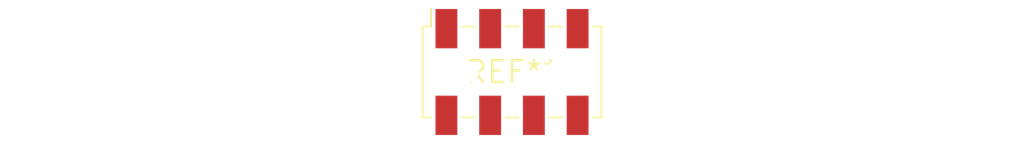
<source format=kicad_pcb>
(kicad_pcb (version 20240108) (generator pcbnew)
  (layers (0 "F.Cu" signal) (31 "B.Cu" signal) (34 "B.Paste" user) (35 "F.Paste" user) (36 "B.SilkS" user "B.Silkscreen") (37 "F.SilkS" user "F.Silkscreen") (38 "B.Mask" user) (39 "F.Mask" user) (44 "Edge.Cuts" user))
  (net 0 "")
  (footprint "Samtec_HLE-104-02-xxx-DV-LC_2x04_P2.54mm_Horizontal" (layer "F.Cu") (at 0 0)
    (property "Reference" "REF**")
    (property "Value" "Samtec_HLE-104-02-xxx-DV-LC_2x04_P2.54mm_Horizontal")
    (fp_line (start -5.19 -2.65) (end -5.19 2.65) (layer "F.SilkS") (stroke (width 0.12)))
    (fp_line (start -5.19 2.65) (end -4.705 2.65) (layer "F.SilkS") (stroke (width 0.12)))
    (fp_line (start -4.705 -3.67) (end -4.705 -2.65) (layer "F.SilkS") (stroke (width 0.12)))
    (fp_line (start -4.705 -2.65) (end -5.19 -2.65) (layer "F.SilkS") (stroke (width 0.12)))
    (fp_line (start -2.915 -2.65) (end -2.165 -2.65) (layer "F.SilkS") (stroke (width 0.12)))
    (fp_line (start -2.915 2.65) (end -2.165 2.65) (layer "F.SilkS") (stroke (width 0.12)))
    (fp_line (start -0.375 -2.65) (end 0.375 -2.65) (layer "F.SilkS") (stroke (width 0.12)))
    (fp_line (start -0.375 2.65) (end 0.375 2.65) (layer "F.SilkS") (stroke (width 0.12)))
    (fp_line (start 2.165 -2.65) (end 2.915 -2.65) (layer "F.SilkS") (stroke (width 0.12)))
    (fp_line (start 2.165 2.65) (end 2.915 2.65) (layer "F.SilkS") (stroke (width 0.12)))
    (fp_line (start 4.705 -2.65) (end 5.19 -2.65) (layer "F.SilkS") (stroke (width 0.12)))
    (fp_line (start 5.19 -2.65) (end 5.19 2.65) (layer "F.SilkS") (stroke (width 0.12)))
    (fp_line (start 5.19 2.65) (end 4.705 2.65) (layer "F.SilkS") (stroke (width 0.12)))
    (pad "" np_thru_hole circle (at -2.54 0) (size 1.19 1.19) (drill 1.19) (layers *.Cu *.Mask))
    (pad "" np_thru_hole circle (at 2.54 0) (size 1.19 1.19) (drill 1.19) (layers *.Cu *.Mask))
    (pad "1" smd rect (at -3.81 -2.525) (size 1.27 2.29) (layers "F.Cu" "F.Paste" "F.Mask"))
    (pad "2" smd rect (at -3.81 2.525) (size 1.27 2.29) (layers "F.Cu" "F.Paste" "F.Mask"))
    (pad "3" smd rect (at -1.27 -2.525) (size 1.27 2.29) (layers "F.Cu" "F.Paste" "F.Mask"))
    (pad "4" smd rect (at -1.27 2.525) (size 1.27 2.29) (layers "F.Cu" "F.Paste" "F.Mask"))
    (pad "5" smd rect (at 1.27 -2.525) (size 1.27 2.29) (layers "F.Cu" "F.Paste" "F.Mask"))
    (pad "6" smd rect (at 1.27 2.525) (size 1.27 2.29) (layers "F.Cu" "F.Paste" "F.Mask"))
    (pad "7" smd rect (at 3.81 -2.525) (size 1.27 2.29) (layers "F.Cu" "F.Paste" "F.Mask"))
    (pad "8" smd rect (at 3.81 2.525) (size 1.27 2.29) (layers "F.Cu" "F.Paste" "F.Mask"))
  )
)
</source>
